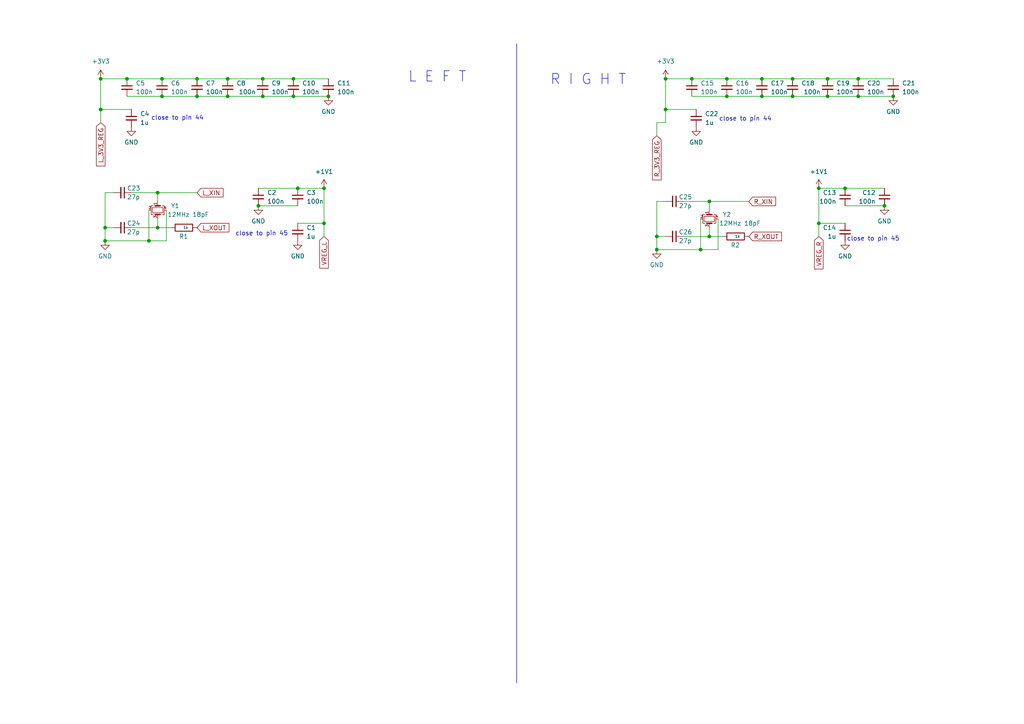
<source format=kicad_sch>
(kicad_sch (version 20231120) (generator "eeschema") (generator_version "8.0")
  (paper "A4")
  (lib_symbols
    (symbol "Device:C_Small" (pin_numbers hide) (pin_names (offset 0.254) hide)
      (property "Reference" "C" (at 0.254 1.778 0))
      (property "Value" "C_Small" (at 0.254 -2.032 0))
      (symbol "C_Small_0_1"
        (polyline (pts (xy -1.524 -0.508) (xy 1.524 -0.508)) (stroke (width 0.3302)))
        (polyline (pts (xy -1.524 0.508) (xy 1.524 0.508)) (stroke (width 0.3048)))
      )
      (symbol "C_Small_1_1"
        (pin passive line (at 0 2.54 270) (length 2.032) (name "~") (number "1"))
        (pin passive line (at 0 -2.54 90) (length 2.032) (name "~") (number "2"))
      )
    )
    (symbol "Device:Crystal_GND24_Small" (pin_names (offset 1.016) hide)
      (property "Reference" "Y" (at 1.27 4.445 0))
      (property "Value" "Crystal_GND24_Small" (at 1.27 2.54 0))
      (symbol "Crystal_GND24_Small_0_1"
        (rectangle (start -0.762 -1.524) (end 0.762 1.524))
        (polyline (pts (xy -1.27 -0.762) (xy -1.27 0.762)) (stroke (width 0.381)))
        (polyline (pts (xy 1.27 -0.762) (xy 1.27 0.762)) (stroke (width 0.381)))
        (polyline (pts (xy -1.27 -1.27) (xy -1.27 -1.905) (xy 1.27 -1.905) (xy 1.27 -1.27)))
        (polyline (pts (xy -1.27 1.27) (xy -1.27 1.905) (xy 1.27 1.905) (xy 1.27 1.27)))
      )
      (symbol "Crystal_GND24_Small_1_1"
        (pin passive line (at -2.54 0 0) (length 1.27) (name "1") (number "1"))
        (pin passive line (at 0 -2.54 90) (length 0.635) (name "2") (number "2"))
        (pin passive line (at 2.54 0 180) (length 1.27) (name "3") (number "3"))
        (pin passive line (at 0 2.54 270) (length 0.635) (name "4") (number "4"))
      )
    )
    (symbol "Device:R" (pin_numbers hide) (pin_names (offset 0))
      (property "Reference" "R" (at 2.032 0 90))
      (property "Value" "R" (at 0 0 90))
      (symbol "R_0_1"
        (rectangle (start -1.016 -2.54) (end 1.016 2.54) (stroke (width 0.254)))
      )
      (symbol "R_1_1"
        (pin passive line (at 0 3.81 270) (length 1.27) (name "~") (number "1"))
        (pin passive line (at 0 -3.81 90) (length 1.27) (name "~") (number "2"))
      )
    )
    (symbol "power:+1V1" (power) (pin_names (offset 0))
      (property "Value" "+1V1" (at 0 3.556 0))
      (symbol "+1V1_0_1"
        (polyline (pts (xy -0.762 1.27) (xy 0 2.54)))
        (polyline (pts (xy 0 0) (xy 0 2.54)))
        (polyline (pts (xy 0 2.54) (xy 0.762 1.27)))
      )
      (symbol "+1V1_1_1"
        (pin power_in line (at 0 0 90) (length 0) hide (name "+1V1") (number "1"))
      )
    )
    (symbol "power:+3V3" (power) (pin_names (offset 0))
      (property "Value" "+3V3" (at 0 3.556 0))
      (symbol "+3V3_0_1"
        (polyline (pts (xy -0.762 1.27) (xy 0 2.54)))
        (polyline (pts (xy 0 0) (xy 0 2.54)))
        (polyline (pts (xy 0 2.54) (xy 0.762 1.27)))
      )
      (symbol "+3V3_1_1"
        (pin power_in line (at 0 0 90) (length 0) hide (name "+3V3") (number "1"))
      )
    )
    (symbol "power:GND" (power) (pin_names (offset 0))
      (property "Value" "GND" (at 0 -3.81 0))
      (symbol "GND_0_1"
        (polyline (pts (xy 0 0) (xy 0 -1.27) (xy 1.27 -1.27) (xy 0 -2.54) (xy -1.27 -1.27) (xy 0 -1.27)))
      )
      (symbol "GND_1_1"
        (pin power_in line (at 0 0 270) (length 0) hide (name "GND") (number "1"))
      )
    )
  )
  (junction (at 36.83 22.86))
  (junction (at 43.18 69.85))
  (junction (at 237.49 54.61))
  (junction (at 45.72 55.88))
  (junction (at 93.98 64.77))
  (junction (at 220.98 27.94))
  (junction (at 193.04 31.75))
  (junction (at 210.82 27.94))
  (junction (at 229.87 22.86))
  (junction (at 57.15 27.94))
  (junction (at 190.5 72.39))
  (junction (at 66.04 27.94))
  (junction (at 205.74 58.42))
  (junction (at 248.92 22.86))
  (junction (at 240.03 22.86))
  (junction (at 57.15 22.86))
  (junction (at 66.04 22.86))
  (junction (at 86.36 54.61))
  (junction (at 29.21 31.75))
  (junction (at 85.09 22.86))
  (junction (at 46.99 22.86))
  (junction (at 245.11 54.61))
  (junction (at 203.2 72.39))
  (junction (at 240.03 27.94))
  (junction (at 30.48 66.04))
  (junction (at 193.04 22.86))
  (junction (at 95.25 27.94))
  (junction (at 220.98 22.86))
  (junction (at 46.99 27.94))
  (junction (at 237.49 64.77))
  (junction (at 76.2 22.86))
  (junction (at 200.66 22.86))
  (junction (at 93.98 54.61))
  (junction (at 256.54 59.69))
  (junction (at 229.87 27.94))
  (junction (at 190.5 68.58))
  (junction (at 74.93 59.69))
  (junction (at 30.48 69.85))
  (junction (at 210.82 22.86))
  (junction (at 85.09 27.94))
  (junction (at 259.08 27.94))
  (junction (at 248.92 27.94))
  (junction (at 45.72 66.04))
  (junction (at 205.74 68.58))
  (junction (at 29.21 22.86))
  (junction (at 76.2 27.94))
  (wire (pts (xy 200.66 22.86) (xy 210.82 22.86)))
  (wire (pts (xy 46.99 22.86) (xy 57.15 22.86)))
  (wire (pts (xy 85.09 27.94) (xy 95.25 27.94)))
  (wire (pts (xy 190.5 68.58) (xy 190.5 72.39)))
  (wire (pts (xy 198.12 68.58) (xy 205.74 68.58)))
  (wire (pts (xy 210.82 22.86) (xy 220.98 22.86)))
  (wire (pts (xy 85.09 22.86) (xy 95.25 22.86)))
  (wire (pts (xy 190.5 35.56) (xy 190.5 39.37)))
  (wire (pts (xy 29.21 31.75) (xy 29.21 35.56)))
  (wire (pts (xy 205.74 60.96) (xy 205.74 58.42)))
  (wire (pts (xy 229.87 22.86) (xy 240.03 22.86)))
  (wire (pts (xy 93.98 54.61) (xy 93.98 64.77)))
  (wire (pts (xy 220.98 22.86) (xy 229.87 22.86)))
  (wire (pts (xy 48.26 60.96) (xy 48.26 69.85)))
  (wire (pts (xy 190.5 58.42) (xy 190.5 68.58)))
  (wire (pts (xy 193.04 31.75) (xy 193.04 35.56)))
  (wire (pts (xy 33.02 55.88) (xy 30.48 55.88)))
  (wire (pts (xy 74.93 54.61) (xy 86.36 54.61)))
  (wire (pts (xy 190.5 68.58) (xy 193.04 68.58)))
  (wire (pts (xy 205.74 68.58) (xy 205.74 66.04)))
  (wire (pts (xy 208.28 63.5) (xy 208.28 72.39)))
  (wire (pts (xy 193.04 58.42) (xy 190.5 58.42)))
  (wire (pts (xy 240.03 22.86) (xy 248.92 22.86)))
  (wire (pts (xy 248.92 22.86) (xy 259.08 22.86)))
  (wire (pts (xy 193.04 31.75) (xy 201.93 31.75)))
  (wire (pts (xy 203.2 63.5) (xy 203.2 72.39)))
  (wire (pts (xy 66.04 22.86) (xy 76.2 22.86)))
  (wire (pts (xy 193.04 22.86) (xy 193.04 31.75)))
  (wire (pts (xy 30.48 69.85) (xy 43.18 69.85)))
  (wire (pts (xy 45.72 58.42) (xy 45.72 55.88)))
  (wire (pts (xy 43.18 60.96) (xy 43.18 69.85)))
  (wire (pts (xy 29.21 22.86) (xy 36.83 22.86)))
  (wire (pts (xy 76.2 27.94) (xy 85.09 27.94)))
  (wire (pts (xy 190.5 72.39) (xy 203.2 72.39)))
  (wire (pts (xy 198.12 58.42) (xy 205.74 58.42)))
  (wire (pts (xy 45.72 55.88) (xy 57.15 55.88)))
  (wire (pts (xy 36.83 27.94) (xy 46.99 27.94)))
  (wire (pts (xy 256.54 59.69) (xy 245.11 59.69)))
  (wire (pts (xy 30.48 55.88) (xy 30.48 66.04)))
  (wire (pts (xy 237.49 64.77) (xy 237.49 68.58)))
  (wire (pts (xy 229.87 27.94) (xy 240.03 27.94)))
  (wire (pts (xy 46.99 27.94) (xy 57.15 27.94)))
  (wire (pts (xy 74.93 59.69) (xy 86.36 59.69)))
  (wire (pts (xy 30.48 66.04) (xy 30.48 69.85)))
  (wire (pts (xy 29.21 31.75) (xy 38.1 31.75)))
  (wire (pts (xy 86.36 54.61) (xy 93.98 54.61)))
  (wire (pts (xy 237.49 54.61) (xy 237.49 64.77)))
  (wire (pts (xy 248.92 27.94) (xy 259.08 27.94)))
  (wire (pts (xy 193.04 22.86) (xy 200.66 22.86)))
  (polyline (pts (xy 149.86 12.7) (xy 149.86 198.12)) (stroke (width 0) (type solid)))
  (wire (pts (xy 45.72 66.04) (xy 45.72 63.5)))
  (wire (pts (xy 36.83 22.86) (xy 46.99 22.86)))
  (wire (pts (xy 205.74 58.42) (xy 217.17 58.42)))
  (wire (pts (xy 245.11 64.77) (xy 237.49 64.77)))
  (wire (pts (xy 256.54 54.61) (xy 245.11 54.61)))
  (wire (pts (xy 245.11 54.61) (xy 237.49 54.61)))
  (wire (pts (xy 86.36 64.77) (xy 93.98 64.77)))
  (wire (pts (xy 57.15 27.94) (xy 66.04 27.94)))
  (wire (pts (xy 38.1 55.88) (xy 45.72 55.88)))
  (wire (pts (xy 93.98 64.77) (xy 93.98 68.58)))
  (wire (pts (xy 57.15 22.86) (xy 66.04 22.86)))
  (wire (pts (xy 220.98 27.94) (xy 229.87 27.94)))
  (wire (pts (xy 66.04 27.94) (xy 76.2 27.94)))
  (wire (pts (xy 210.82 27.94) (xy 220.98 27.94)))
  (wire (pts (xy 30.48 66.04) (xy 33.02 66.04)))
  (wire (pts (xy 38.1 66.04) (xy 45.72 66.04)))
  (wire (pts (xy 208.28 72.39) (xy 203.2 72.39)))
  (wire (pts (xy 190.5 35.56) (xy 193.04 35.56)))
  (wire (pts (xy 240.03 27.94) (xy 248.92 27.94)))
  (wire (pts (xy 205.74 68.58) (xy 209.55 68.58)))
  (wire (pts (xy 45.72 66.04) (xy 49.53 66.04)))
  (wire (pts (xy 48.26 69.85) (xy 43.18 69.85)))
  (wire (pts (xy 76.2 22.86) (xy 85.09 22.86)))
  (wire (pts (xy 29.21 22.86) (xy 29.21 31.75)))
  (wire (pts (xy 200.66 27.94) (xy 210.82 27.94)))
  (text "L E F T" (at 135.382 24.13 0) (effects (font (size 3 3)) (justify right bottom)))
  (text "close to pin 44" (at 208.534 35.306 0) (effects (font (size 1.27 1.27)) (justify left bottom)))
  (text "R I G H T" (at 159.512 24.892 0) (effects (font (size 3 3)) (justify left bottom)))
  (text "close to pin 44" (at 43.815 35.052 0) (effects (font (size 1.27 1.27)) (justify left bottom)))
  (text "close to pin 45" (at 245.618 70.104 0) (effects (font (size 1.27 1.27)) (justify left bottom)))
  (text "close to pin 45" (at 83.566 68.58 0) (effects (font (size 1.27 1.27)) (justify right bottom)))
  (global_label "R_XOUT" (shape input) (at 217.17 68.58 0) (property "Intersheetrefs" "${INTERSHEET_REFS}" (effects (hide yes))))
  (global_label "L_XIN" (shape input) (at 57.15 55.88 0) (property "Intersheetrefs" "${INTERSHEET_REFS}" (effects (hide yes))))
  (global_label "VREG_L" (shape input) (at 93.98 68.58 270) (property "Intersheetrefs" "${INTERSHEET_REFS}" (effects (hide yes))))
  (global_label "R_3V3_REG" (shape input) (at 190.5 39.37 270) (property "Intersheetrefs" "${INTERSHEET_REFS}" (effects (hide yes))))
  (global_label "L_3V3_REG" (shape input) (at 29.21 35.56 270) (property "Intersheetrefs" "${INTERSHEET_REFS}" (effects (hide yes))))
  (global_label "VREG_R" (shape input) (at 237.49 68.58 270) (property "Intersheetrefs" "${INTERSHEET_REFS}" (effects (hide yes))))
  (global_label "L_XOUT" (shape input) (at 57.15 66.04 0) (property "Intersheetrefs" "${INTERSHEET_REFS}" (effects (hide yes))))
  (global_label "R_XIN" (shape input) (at 217.17 58.42 0) (property "Intersheetrefs" "${INTERSHEET_REFS}" (effects (hide yes))))
  (symbol (lib_id "Device:C_Small") (at 220.98 25.4 0) (unit 1)
    (property "Reference" "C17" (at 223.52 24.13 0) (effects (justify left)))
    (property "Value" "100n" (at 223.52 26.67 0) (effects (justify left)))
    (property "Footprint" "Capacitor_SMD:C_0402_1005Metric" (effects (hide yes)))
  )
  (symbol (lib_id "power:GND") (at 95.25 27.94 0) (unit 1)
    (property "Reference" "#PWR05" (effects (hide yes)))
    (property "Value" "GND" (at 95.25 32.385 0))
  )
  (symbol (lib_id "Device:R") (at 53.34 66.04 90) (unit 1)
    (property "Reference" "R1" (at 54.61 68.58 90) (effects (justify left)))
    (property "Value" "1k" (at 54.61 66.04 90) (effects (font (size 0.762 0.762)) (justify left)))
    (property "Footprint" "Resistor_SMD:R_0402_1005Metric" (effects (hide yes)))
  )
  (symbol (lib_id "Device:R") (at 213.36 68.58 90) (unit 1)
    (property "Reference" "R2" (at 214.63 71.12 90) (effects (justify left)))
    (property "Value" "1k" (at 214.63 68.58 90) (effects (font (size 0.762 0.762)) (justify left)))
    (property "Footprint" "Resistor_SMD:R_0402_1005Metric" (effects (hide yes)))
  )
  (symbol (lib_id "Device:C_Small") (at 95.25 25.4 0) (unit 1)
    (property "Reference" "C11" (at 97.79 24.13 0) (effects (justify left)))
    (property "Value" "100n" (at 97.79 26.67 0) (effects (justify left)))
    (property "Footprint" "Capacitor_SMD:C_0402_1005Metric" (effects (hide yes)))
  )
  (symbol (lib_id "power:+3V3") (at 29.21 22.86 0) (unit 1)
    (property "Reference" "#PWR06" (effects (hide yes)))
    (property "Value" "+3V3" (at 29.21 17.78 0))
  )
  (symbol (lib_id "power:GND") (at 259.08 27.94 0) (unit 1)
    (property "Reference" "#PWR011" (effects (hide yes)))
    (property "Value" "GND" (at 259.08 32.385 0))
  )
  (symbol (lib_id "Device:C_Small") (at 195.58 68.58 270) (unit 1)
    (property "Reference" "C26" (at 196.85 67.31 90) (effects (justify left)))
    (property "Value" "27p" (at 196.85 69.85 90) (effects (justify left)))
    (property "Footprint" "Capacitor_SMD:C_0402_1005Metric" (effects (hide yes)))
  )
  (symbol (lib_id "Device:Crystal_GND24_Small") (at 205.74 63.5 270) (unit 1)
    (property "Reference" "Y2" (at 210.82 62.23 90))
    (property "Value" "12MHz 18pF" (at 214.63 64.77 90))
    (property "Footprint" "Crystal:Crystal_SMD_3225-4Pin_3.2x2.5mm" (effects (hide yes)))
    (property "Description" "12MHz 18pF ±20ppm SMD3225-4P Crystals ROHS" (effects (hide yes)))
    (property "MFR.Part #" "Q22FA23V0041800" (effects (hide yes)))
    (property "JLCPCB Part #" "C91749" (effects (hide yes)))
  )
  (symbol (lib_id "Device:C_Small") (at 195.58 58.42 270) (unit 1)
    (property "Reference" "C25" (at 196.85 57.15 90) (effects (justify left)))
    (property "Value" "27p" (at 196.85 59.69 90) (effects (justify left)))
    (property "Footprint" "Capacitor_SMD:C_0402_1005Metric" (effects (hide yes)))
  )
  (symbol (lib_id "Device:C_Small") (at 86.36 57.15 0) (unit 1)
    (property "Reference" "C3" (at 88.9 55.88 0) (effects (justify left)))
    (property "Value" "100n" (at 88.9 58.42 0) (effects (justify left)))
    (property "Footprint" "Capacitor_SMD:C_0402_1005Metric" (effects (hide yes)))
  )
  (symbol (lib_id "Device:C_Small") (at 245.11 57.15 0) (mirror y) (unit 1)
    (property "Reference" "C13" (at 242.57 55.88 0) (effects (justify left)))
    (property "Value" "100n" (at 242.57 58.42 0) (effects (justify left)))
    (property "Footprint" "Capacitor_SMD:C_0402_1005Metric" (effects (hide yes)))
  )
  (symbol (lib_id "power:+3V3") (at 193.04 22.86 0) (unit 1)
    (property "Reference" "#PWR010" (effects (hide yes)))
    (property "Value" "+3V3" (at 193.04 17.78 0))
  )
  (symbol (lib_id "power:+1V1") (at 237.49 54.61 0) (mirror y) (unit 1)
    (property "Reference" "#PWR07" (effects (hide yes)))
    (property "Value" "+1V1" (at 237.49 49.784 0))
  )
  (symbol (lib_id "power:GND") (at 245.11 69.85 0) (mirror y) (unit 1)
    (property "Reference" "#PWR09" (effects (hide yes)))
    (property "Value" "GND" (at 245.11 74.295 0))
  )
  (symbol (lib_id "Device:C_Small") (at 85.09 25.4 0) (unit 1)
    (property "Reference" "C10" (at 87.63 24.13 0) (effects (justify left)))
    (property "Value" "100n" (at 87.63 26.67 0) (effects (justify left)))
    (property "Footprint" "Capacitor_SMD:C_0402_1005Metric" (effects (hide yes)))
  )
  (symbol (lib_id "power:GND") (at 86.36 69.85 0) (unit 1)
    (property "Reference" "#PWR01" (effects (hide yes)))
    (property "Value" "GND" (at 86.36 74.295 0))
  )
  (symbol (lib_id "Device:C_Small") (at 201.93 34.29 0) (unit 1)
    (property "Reference" "C22" (at 204.47 33.02 0) (effects (justify left)))
    (property "Value" "1u" (at 204.47 35.56 0) (effects (justify left)))
    (property "Footprint" "Capacitor_SMD:C_0402_1005Metric" (effects (hide yes)))
  )
  (symbol (lib_id "Device:C_Small") (at 57.15 25.4 0) (unit 1)
    (property "Reference" "C7" (at 59.69 24.13 0) (effects (justify left)))
    (property "Value" "100n" (at 59.69 26.67 0) (effects (justify left)))
    (property "Footprint" "Capacitor_SMD:C_0402_1005Metric" (effects (hide yes)))
  )
  (symbol (lib_id "Device:C_Small") (at 248.92 25.4 0) (unit 1)
    (property "Reference" "C20" (at 251.46 24.13 0) (effects (justify left)))
    (property "Value" "100n" (at 251.46 26.67 0) (effects (justify left)))
    (property "Footprint" "Capacitor_SMD:C_0402_1005Metric" (effects (hide yes)))
  )
  (symbol (lib_id "Device:C_Small") (at 35.56 55.88 270) (unit 1)
    (property "Reference" "C23" (at 36.83 54.61 90) (effects (justify left)))
    (property "Value" "27p" (at 36.83 57.15 90) (effects (justify left)))
    (property "Footprint" "Capacitor_SMD:C_0402_1005Metric" (effects (hide yes)))
  )
  (symbol (lib_id "power:GND") (at 190.5 72.39 0) (unit 1)
    (property "Reference" "#PWR014" (effects (hide yes)))
    (property "Value" "GND" (at 190.5 76.835 0))
  )
  (symbol (lib_id "Device:C_Small") (at 66.04 25.4 0) (unit 1)
    (property "Reference" "C8" (at 68.58 24.13 0) (effects (justify left)))
    (property "Value" "100n" (at 69.215 26.67 0) (effects (justify left)))
    (property "Footprint" "Capacitor_SMD:C_0402_1005Metric" (effects (hide yes)))
  )
  (symbol (lib_id "power:GND") (at 38.1 36.83 0) (unit 1)
    (property "Reference" "#PWR04" (effects (hide yes)))
    (property "Value" "GND" (at 38.1 41.275 0))
  )
  (symbol (lib_id "Device:C_Small") (at 200.66 25.4 0) (unit 1)
    (property "Reference" "C15" (at 203.2 24.13 0) (effects (justify left)))
    (property "Value" "100n" (at 203.2 26.67 0) (effects (justify left)))
    (property "Footprint" "Capacitor_SMD:C_0402_1005Metric" (effects (hide yes)))
  )
  (symbol (lib_id "power:GND") (at 74.93 59.69 0) (unit 1)
    (property "Reference" "#PWR02" (effects (hide yes)))
    (property "Value" "GND" (at 74.93 64.135 0))
  )
  (symbol (lib_id "Device:C_Small") (at 38.1 34.29 0) (unit 1)
    (property "Reference" "C4" (at 40.64 33.02 0) (effects (justify left)))
    (property "Value" "1u" (at 40.64 35.56 0) (effects (justify left)))
    (property "Footprint" "Capacitor_SMD:C_0402_1005Metric" (effects (hide yes)))
  )
  (symbol (lib_id "power:GND") (at 256.54 59.69 0) (mirror y) (unit 1)
    (property "Reference" "#PWR08" (effects (hide yes)))
    (property "Value" "GND" (at 256.54 64.135 0))
  )
  (symbol (lib_id "Device:Crystal_GND24_Small") (at 45.72 60.96 270) (unit 1)
    (property "Reference" "Y1" (at 50.8 59.69 90))
    (property "Value" "12MHz 18pF" (at 54.61 62.23 90))
    (property "Footprint" "Crystal:Crystal_SMD_3225-4Pin_3.2x2.5mm" (effects (hide yes)))
    (property "Description" "12MHz 18pF ±20ppm SMD3225-4P Crystals ROHS" (effects (hide yes)))
    (property "MFR.Part #" "Q22FA23V0041800" (effects (hide yes)))
    (property "JLCPCB Part #" "C91749" (effects (hide yes)))
  )
  (symbol (lib_id "Device:C_Small") (at 245.11 67.31 0) (mirror y) (unit 1)
    (property "Reference" "C14" (at 242.57 66.04 0) (effects (justify left)))
    (property "Value" "1u" (at 242.57 68.58 0) (effects (justify left)))
    (property "Footprint" "Capacitor_SMD:C_0402_1005Metric" (effects (hide yes)))
  )
  (symbol (lib_id "Device:C_Small") (at 259.08 25.4 0) (unit 1)
    (property "Reference" "C21" (at 261.62 24.13 0) (effects (justify left)))
    (property "Value" "100n" (at 261.62 26.67 0) (effects (justify left)))
    (property "Footprint" "Capacitor_SMD:C_0402_1005Metric" (effects (hide yes)))
  )
  (symbol (lib_id "Device:C_Small") (at 256.54 57.15 0) (mirror y) (unit 1)
    (property "Reference" "C12" (at 254 55.88 0) (effects (justify left)))
    (property "Value" "100n" (at 254 58.42 0) (effects (justify left)))
    (property "Footprint" "Capacitor_SMD:C_0402_1005Metric" (effects (hide yes)))
  )
  (symbol (lib_id "Device:C_Small") (at 76.2 25.4 0) (unit 1)
    (property "Reference" "C9" (at 78.74 24.13 0) (effects (justify left)))
    (property "Value" "100n" (at 78.74 26.67 0) (effects (justify left)))
    (property "Footprint" "Capacitor_SMD:C_0402_1005Metric" (effects (hide yes)))
  )
  (symbol (lib_id "Device:C_Small") (at 240.03 25.4 0) (unit 1)
    (property "Reference" "C19" (at 242.57 24.13 0) (effects (justify left)))
    (property "Value" "100n" (at 242.57 26.67 0) (effects (justify left)))
    (property "Footprint" "Capacitor_SMD:C_0402_1005Metric" (effects (hide yes)))
  )
  (symbol (lib_id "Device:C_Small") (at 229.87 25.4 0) (unit 1)
    (property "Reference" "C18" (at 232.41 24.13 0) (effects (justify left)))
    (property "Value" "100n" (at 233.045 26.67 0) (effects (justify left)))
    (property "Footprint" "Capacitor_SMD:C_0402_1005Metric" (effects (hide yes)))
  )
  (symbol (lib_id "power:GND") (at 30.48 69.85 0) (unit 1)
    (property "Reference" "#PWR013" (effects (hide yes)))
    (property "Value" "GND" (at 30.48 74.295 0))
  )
  (symbol (lib_id "Device:C_Small") (at 210.82 25.4 0) (unit 1)
    (property "Reference" "C16" (at 213.36 24.13 0) (effects (justify left)))
    (property "Value" "100n" (at 213.36 26.67 0) (effects (justify left)))
    (property "Footprint" "Capacitor_SMD:C_0402_1005Metric" (effects (hide yes)))
  )
  (symbol (lib_id "Device:C_Small") (at 36.83 25.4 0) (unit 1)
    (property "Reference" "C5" (at 39.37 24.13 0) (effects (justify left)))
    (property "Value" "100n" (at 39.37 26.67 0) (effects (justify left)))
    (property "Footprint" "Capacitor_SMD:C_0402_1005Metric" (effects (hide yes)))
  )
  (symbol (lib_id "power:+1V1") (at 93.98 54.61 0) (unit 1)
    (property "Reference" "#PWR03" (effects (hide yes)))
    (property "Value" "+1V1" (at 93.98 49.784 0))
  )
  (symbol (lib_id "Device:C_Small") (at 74.93 57.15 0) (unit 1)
    (property "Reference" "C2" (at 77.47 55.88 0) (effects (justify left)))
    (property "Value" "100n" (at 77.47 58.42 0) (effects (justify left)))
    (property "Footprint" "Capacitor_SMD:C_0402_1005Metric" (effects (hide yes)))
  )
  (symbol (lib_id "Device:C_Small") (at 46.99 25.4 0) (unit 1)
    (property "Reference" "C6" (at 49.53 24.13 0) (effects (justify left)))
    (property "Value" "100n" (at 49.53 26.67 0) (effects (justify left)))
    (property "Footprint" "Capacitor_SMD:C_0402_1005Metric" (effects (hide yes)))
  )
  (symbol (lib_id "power:GND") (at 201.93 36.83 0) (unit 1)
    (property "Reference" "#PWR012" (effects (hide yes)))
    (property "Value" "GND" (at 201.93 41.275 0))
  )
  (symbol (lib_id "Device:C_Small") (at 35.56 66.04 270) (unit 1)
    (property "Reference" "C24" (at 36.83 64.77 90) (effects (justify left)))
    (property "Value" "27p" (at 36.83 67.31 90) (effects (justify left)))
    (property "Footprint" "Capacitor_SMD:C_0402_1005Metric" (effects (hide yes)))
  )
  (symbol (lib_id "Device:C_Small") (at 86.36 67.31 0) (unit 1)
    (property "Reference" "C1" (at 88.9 66.04 0) (effects (justify left)))
    (property "Value" "1u" (at 88.9 68.58 0) (effects (justify left)))
    (property "Footprint" "Capacitor_SMD:C_0402_1005Metric" (effects (hide yes)))
  )
)
</source>
